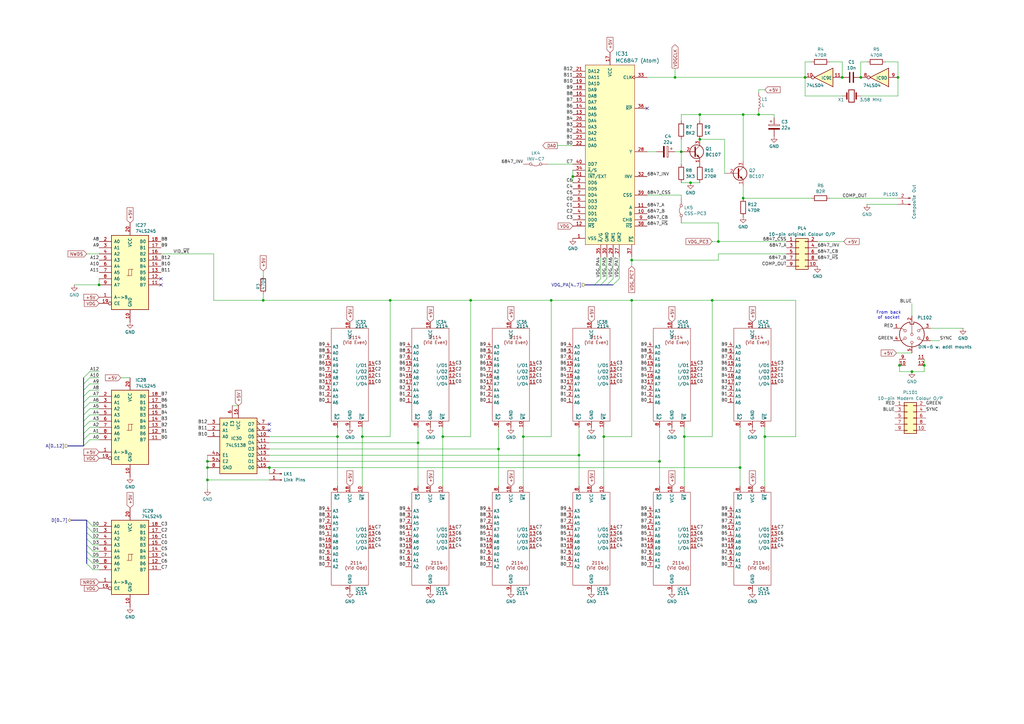
<source format=kicad_sch>
(kicad_sch (version 20231120) (generator "eeschema") (generator_version "8.0")
  (paper "A3")
  (title_block (comment 1 "V002 - remove modulator. Place composite out phono in same location."))
  (lib_symbols
    (symbol "74xx:74LS04"
      (property "Reference" "U" (at 0 1.27 0))
      (property "Value" "74LS04" (at 0 -1.27 0))
      (symbol "74LS04_1_0"
        (pin input line (at -7.62 0 0) (length 3.81) (name "~") (number "1"))
        (pin output inverted (at 7.62 0 180) (length 3.81) (name "~") (number "2"))
      )
      (symbol "74LS04_2_0"
        (pin input line (at -7.62 0 0) (length 3.81) (name "~") (number "3"))
        (pin output inverted (at 7.62 0 180) (length 3.81) (name "~") (number "4"))
      )
      (symbol "74LS04_3_0"
        (pin input line (at -7.62 0 0) (length 3.81) (name "~") (number "5"))
        (pin output inverted (at 7.62 0 180) (length 3.81) (name "~") (number "6"))
      )
      (symbol "74LS04_4_0"
        (pin output inverted (at 7.62 0 180) (length 3.81) (name "~") (number "8"))
        (pin input line (at -7.62 0 0) (length 3.81) (name "~") (number "9"))
      )
      (symbol "74LS04_5_0"
        (pin output inverted (at 7.62 0 180) (length 3.81) (name "~") (number "10"))
        (pin input line (at -7.62 0 0) (length 3.81) (name "~") (number "11"))
      )
      (symbol "74LS04_6_0"
        (pin output inverted (at 7.62 0 180) (length 3.81) (name "~") (number "12"))
        (pin input line (at -7.62 0 0) (length 3.81) (name "~") (number "13"))
      )
      (symbol "74LS04_7_0"
        (pin power_in line (at 0 12.7 270) (length 5.08) (name "VCC") (number "14"))
        (pin power_in line (at 0 -12.7 90) (length 5.08) (name "GND") (number "7"))
      )
    )
    (symbol "74xx:74LS245" (pin_names (offset 1.016))
      (property "Reference" "U" (at -7.62 16.51 0))
      (property "Value" "74LS245" (at -7.62 -16.51 0))
      (symbol "74LS245_1_0"
        (pin input line (at -12.7 -10.16 0) (length 5.08) (name "A->B") (number "1"))
        (pin power_in line (at 0 -20.32 90) (length 5.08) (name "GND") (number "10"))
        (pin tri_state line (at 12.7 -5.08 180) (length 5.08) (name "B7") (number "11"))
        (pin tri_state line (at 12.7 -2.54 180) (length 5.08) (name "B6") (number "12"))
        (pin tri_state line (at 12.7 0 180) (length 5.08) (name "B5") (number "13"))
        (pin tri_state line (at 12.7 2.54 180) (length 5.08) (name "B4") (number "14"))
        (pin tri_state line (at 12.7 5.08 180) (length 5.08) (name "B3") (number "15"))
        (pin tri_state line (at 12.7 7.62 180) (length 5.08) (name "B2") (number "16"))
        (pin tri_state line (at 12.7 10.16 180) (length 5.08) (name "B1") (number "17"))
        (pin tri_state line (at 12.7 12.7 180) (length 5.08) (name "B0") (number "18"))
        (pin input inverted (at -12.7 -12.7 0) (length 5.08) (name "CE") (number "19"))
        (pin tri_state line (at -12.7 12.7 0) (length 5.08) (name "A0") (number "2"))
        (pin power_in line (at 0 20.32 270) (length 5.08) (name "VCC") (number "20"))
        (pin tri_state line (at -12.7 10.16 0) (length 5.08) (name "A1") (number "3"))
        (pin tri_state line (at -12.7 7.62 0) (length 5.08) (name "A2") (number "4"))
        (pin tri_state line (at -12.7 5.08 0) (length 5.08) (name "A3") (number "5"))
        (pin tri_state line (at -12.7 2.54 0) (length 5.08) (name "A4") (number "6"))
        (pin tri_state line (at -12.7 0 0) (length 5.08) (name "A5") (number "7"))
        (pin tri_state line (at -12.7 -2.54 0) (length 5.08) (name "A6") (number "8"))
        (pin tri_state line (at -12.7 -5.08 0) (length 5.08) (name "A7") (number "9"))
      )
    )
    (symbol "Connector:Conn_01x02_Pin" (pin_names (offset 1.016) hide)
      (property "Reference" "J" (at 0 2.54 0))
      (property "Value" "Conn_01x02_Pin" (at 0 -5.08 0))
      (symbol "Conn_01x02_Pin_1_1"
        (pin passive line (at 5.08 0 180) (length 3.81) (name "Pin_1") (number "1"))
        (pin passive line (at 5.08 -2.54 180) (length 3.81) (name "Pin_2") (number "2"))
      )
    )
    (symbol "Connector:DIN-6" (pin_names (offset 1.016))
      (property "Reference" "PL102" (at 2.159 6.858 0))
      (property "Value" "DIN-6 w. addl mounts" (at 2.54 -5.08 0))
      (symbol "DIN-6_1_1"
        (pin passive line (at -7.62 2.54 0) (length 2.54) (name "~") (number "1"))
        (pin passive line (at -5.08 -12.7 0) (length 2.54) (name "~") (number "10"))
        (pin passive line (at 5.08 -10.16 180) (length 2.54) (name "~") (number "11"))
        (pin passive line (at 5.08 -12.7 180) (length 2.54) (name "~") (number "12"))
        (pin passive line (at 0 7.62 270) (length 2.54) (name "~") (number "2"))
        (pin passive line (at 7.62 2.54 180) (length 2.54) (name "~") (number "3"))
        (pin passive line (at -7.62 -2.54 0) (length 2.54) (name "~") (number "4"))
        (pin passive line (at 0 -7.62 90) (length 2.54) (name "~") (number "5"))
        (pin passive line (at 7.62 -2.54 180) (length 2.54) (name "~") (number "6"))
        (pin passive line (at -5.08 -10.16 0) (length 2.54) (name "~") (number "9"))
      )
    )
    (symbol "Connector_Generic:Conn_02x05_Odd_Even" (pin_names (offset 1.016) hide)
      (property "Reference" "J" (at 1.27 7.62 0))
      (property "Value" "Conn_02x05_Odd_Even" (at 1.27 -7.62 0))
      (symbol "Conn_02x05_Odd_Even_1_1"
        (pin passive line (at -5.08 5.08 0) (length 3.81) (name "Pin_1") (number "1"))
        (pin passive line (at 7.62 -5.08 180) (length 3.81) (name "Pin_10") (number "10"))
        (pin passive line (at 7.62 5.08 180) (length 3.81) (name "Pin_2") (number "2"))
        (pin passive line (at -5.08 2.54 0) (length 3.81) (name "Pin_3") (number "3"))
        (pin passive line (at 7.62 2.54 180) (length 3.81) (name "Pin_4") (number "4"))
        (pin passive line (at -5.08 0 0) (length 3.81) (name "Pin_5") (number "5"))
        (pin passive line (at 7.62 0 180) (length 3.81) (name "Pin_6") (number "6"))
        (pin passive line (at -5.08 -2.54 0) (length 3.81) (name "Pin_7") (number "7"))
        (pin passive line (at 7.62 -2.54 180) (length 3.81) (name "Pin_8") (number "8"))
        (pin passive line (at -5.08 -5.08 0) (length 3.81) (name "Pin_9") (number "9"))
      )
    )
    (symbol "Device:C" (pin_numbers hide) (pin_names (offset 0.254))
      (property "Reference" "C" (at 0.635 2.54 0))
      (property "Value" "C" (at 0.635 -2.54 0))
      (symbol "C_1_1"
        (pin passive line (at 0 3.81 270) (length 2.794) (name "~") (number "1"))
        (pin passive line (at 0 -3.81 90) (length 2.794) (name "~") (number "2"))
      )
    )
    (symbol "Device:C_Polarized" (pin_numbers hide) (pin_names (offset 0.254))
      (property "Reference" "C" (at 0.635 2.54 0))
      (property "Value" "C_Polarized" (at 0.635 -2.54 0))
      (symbol "C_Polarized_1_1"
        (pin passive line (at 0 3.81 270) (length 2.794) (name "~") (number "1"))
        (pin passive line (at 0 -3.81 90) (length 2.794) (name "~") (number "2"))
      )
    )
    (symbol "Device:Crystal" (pin_numbers hide) (pin_names (offset 1.016) hide)
      (property "Reference" "Y" (at 0 3.81 0))
      (property "Value" "Crystal" (at 0 -3.81 0))
      (symbol "Crystal_1_1"
        (pin passive line (at -3.81 0 0) (length 1.27) (name "1") (number "1"))
        (pin passive line (at 3.81 0 180) (length 1.27) (name "2") (number "2"))
      )
    )
    (symbol "Device:L" (pin_numbers hide) (pin_names (offset 1.016) hide)
      (property "Reference" "L" (at -1.27 0 90))
      (property "Value" "L" (at 1.905 0 90))
      (symbol "L_1_1"
        (pin passive line (at 0 3.81 270) (length 1.27) (name "1") (number "1"))
        (pin passive line (at 0 -3.81 90) (length 1.27) (name "2") (number "2"))
      )
    )
    (symbol "Device:Q_NPN_EBC" (pin_names (offset 0) hide)
      (property "Reference" "Q" (at 5.08 1.27 0))
      (property "Value" "Q_NPN_EBC" (at 5.08 -1.27 0))
      (symbol "Q_NPN_EBC_1_1"
        (pin passive line (at 2.54 -5.08 90) (length 2.54) (name "E") (number "1"))
        (pin passive line (at -5.08 0 0) (length 5.715) (name "B") (number "2"))
        (pin passive line (at 2.54 5.08 270) (length 2.54) (name "C") (number "3"))
      )
    )
    (symbol "Device:R" (pin_numbers hide) (pin_names (offset 0))
      (property "Reference" "R" (at 2.032 0 90))
      (property "Value" "R" (at 0 0 90))
      (symbol "R_1_1"
        (pin passive line (at 0 3.81 270) (length 1.27) (name "~") (number "1"))
        (pin passive line (at 0 -3.81 90) (length 1.27) (name "~") (number "2"))
      )
    )
    (symbol "John Atom Components:2114 (Video Even)"
      (property "Reference" "IC" (at 1.27 -7.62 0))
      (symbol "2114 (Video Even)_1_1"
        (text "2114\n(Vid Even)" (at 2.032 14.224 0) (effects (font (size 1.27 1.27))))
        (pin input line (at -10.16 -11.43 0) (length 2.54) (name "A6") (number "1"))
        (pin input line (at 5.08 -21.59 90) (length 2.54) (name "~{WE}") (number "10"))
        (pin bidirectional line (at 10.16 -3.81 180) (length 2.54) (name "I/O4") (number "11"))
        (pin bidirectional line (at 10.16 -1.27 180) (length 2.54) (name "I/O3") (number "12"))
        (pin bidirectional line (at 10.16 1.27 180) (length 2.54) (name "I/O2") (number "13"))
        (pin bidirectional line (at 10.16 3.81 180) (length 2.54) (name "I/O1") (number "14"))
        (pin input line (at -10.16 3.81 0) (length 2.54) (name "A9") (number "15"))
        (pin input line (at -10.16 -1.27 0) (length 2.54) (name "A8") (number "16"))
        (pin input line (at -10.16 -3.81 0) (length 2.54) (name "A7") (number "17"))
        (pin power_in line (at 0 21.59 270) (length 2.54) (name "VCC") (number "18"))
        (pin input line (at -10.16 -8.89 0) (length 2.54) (name "A5") (number "2"))
        (pin input line (at -10.16 -6.35 0) (length 2.54) (name "A4") (number "3"))
        (pin input line (at -10.16 11.43 0) (length 2.54) (name "A3") (number "4"))
        (pin input line (at -10.16 8.89 0) (length 2.54) (name "A0") (number "5"))
        (pin input line (at -10.16 6.35 0) (length 2.54) (name "A1") (number "6"))
        (pin input line (at -10.16 1.27 0) (length 2.54) (name "A2") (number "7"))
        (pin input line (at -5.08 -21.59 90) (length 2.54) (name "~{CS}") (number "8"))
        (pin power_in line (at 0 -21.59 90) (length 2.54) (name "GND") (number "9"))
      )
    )
    (symbol "John Atom Components:2114_(Video_Odd)"
      (property "Reference" "IC" (at 1.524 8.89 0))
      (symbol "2114_(Video_Odd)_1_1"
        (text "2114\n(Vid Odd)" (at 2.54 -10.922 0) (effects (font (size 1.27 1.27))))
        (pin input line (at -10.16 1.27 0) (length 2.54) (name "A6") (number "1"))
        (pin input line (at 5.08 21.59 270) (length 2.54) (name "~{WE}") (number "10"))
        (pin bidirectional line (at 10.16 -3.81 180) (length 2.54) (name "I/O4") (number "11"))
        (pin bidirectional line (at 10.16 -1.27 180) (length 2.54) (name "I/O3") (number "12"))
        (pin bidirectional line (at 10.16 1.27 180) (length 2.54) (name "I/O2") (number "13"))
        (pin bidirectional line (at 10.16 3.81 180) (length 2.54) (name "I/O1") (number "14"))
        (pin input line (at -10.16 -3.81 0) (length 2.54) (name "A9") (number "15"))
        (pin input line (at -10.16 -1.27 0) (length 2.54) (name "A8") (number "16"))
        (pin input line (at -10.16 3.81 0) (length 2.54) (name "A7") (number "17"))
        (pin power_in line (at 0 21.59 270) (length 2.54) (name "VCC") (number "18"))
        (pin input line (at -10.16 6.35 0) (length 2.54) (name "A5") (number "2"))
        (pin input line (at -10.16 8.89 0) (length 2.54) (name "A4") (number "3"))
        (pin input line (at -10.16 11.43 0) (length 2.54) (name "A3") (number "4"))
        (pin input line (at -10.16 -6.35 0) (length 2.54) (name "A0") (number "5"))
        (pin input line (at -10.16 -8.89 0) (length 2.54) (name "A1") (number "6"))
        (pin input line (at -10.16 -11.43 0) (length 2.54) (name "A2") (number "7"))
        (pin input line (at -5.08 21.59 270) (length 2.54) (name "~{CS}") (number "8"))
        (pin power_in line (at 0 -21.59 90) (length 2.54) (name "GND") (number "9"))
      )
    )
    (symbol "John Atom Components:74LS138_Atom_Video" (pin_names (offset 1.016))
      (property "Reference" "IC30" (at 2.1941 14.3045 0))
      (property "Value" "74LS138_Atom_Video" (at 2.1941 11.8802 0))
      (symbol "74LS138_Atom_Video_1_0"
        (pin input line (at -12.7 2.54 0) (length 5.08) (name "A0") (number "1"))
        (pin output output_low (at 12.7 2.54 180) (length 5.08) (name "O5") (number "10"))
        (pin output output_low (at 12.7 0 180) (length 5.08) (name "O4") (number "11"))
        (pin output output_low (at 12.7 -2.54 180) (length 5.08) (name "O3") (number "12"))
        (pin output output_low (at 12.7 -5.08 180) (length 5.08) (name "O2") (number "13"))
        (pin output output_low (at 12.7 -7.62 180) (length 5.08) (name "O1") (number "14"))
        (pin output output_low (at 12.7 -10.16 180) (length 5.08) (name "O0") (number "15"))
        (pin power_in line (at 0 15.24 270) (length 5.08) (name "VCC") (number "16"))
        (pin input line (at -12.7 5.08 0) (length 5.08) (name "A1") (number "2"))
        (pin input line (at -12.7 7.62 0) (length 5.08) (name "A2") (number "3"))
        (pin input input_low (at -12.7 -5.08 0) (length 5.08) (name "E1") (number "4"))
        (pin input input_low (at -12.7 -7.62 0) (length 5.08) (name "E2") (number "5"))
        (pin input line (at -2.54 15.24 270) (length 5.08) (name "E3") (number "6"))
        (pin output output_low (at 12.7 7.62 180) (length 5.08) (name "O7") (number "7"))
        (pin power_in line (at -12.7 -10.16 0) (length 5.08) (name "GND") (number "8"))
        (pin output output_low (at 12.7 5.08 180) (length 5.08) (name "O6") (number "9"))
      )
    )
    (symbol "John Atom Components:MC6847 (Atom)" (pin_names (offset 1.016))
      (property "Reference" "IC" (at -0.762 -21.336 0))
      (property "Value" "MC6847 (Atom)" (at 1.016 -8.382 90))
      (symbol "MC6847 (Atom)_1_1"
        (pin power_in line (at -15.24 -34.29 0) (length 5.08) (name "VSS") (number "1"))
        (pin output line (at 15.24 -24.13 180) (length 5.08) (name "B") (number "10"))
        (pin output line (at 15.24 -21.59 180) (length 5.08) (name "A") (number "11"))
        (pin input line (at -15.24 -29.21 0) (length 5.08) (name "~{MS}") (number "12"))
        (pin tri_state line (at -15.24 16.51 0) (length 5.08) (name "DA5") (number "13"))
        (pin tri_state line (at -15.24 19.05 0) (length 5.08) (name "DA6") (number "14"))
        (pin tri_state line (at -15.24 21.59 0) (length 5.08) (name "DA7") (number "15"))
        (pin tri_state line (at -15.24 24.13 0) (length 5.08) (name "DA8") (number "16"))
        (pin power_in line (at 0 41.91 270) (length 5.08) (name "VCC") (number "17"))
        (pin tri_state line (at -15.24 26.67 0) (length 5.08) (name "DA9") (number "18"))
        (pin tri_state line (at -15.24 29.21 0) (length 5.08) (name "DA10") (number "19"))
        (pin input line (at -15.24 -11.43 0) (length 5.08) (name "DD6") (number "2"))
        (pin tri_state line (at -15.24 31.75 0) (length 5.08) (name "DA11") (number "20"))
        (pin tri_state line (at -15.24 34.29 0) (length 5.08) (name "DA12") (number "21"))
        (pin tri_state line (at -15.24 3.81 0) (length 5.08) (name "DA0") (number "22"))
        (pin tri_state line (at -15.24 6.35 0) (length 5.08) (name "DA1") (number "23"))
        (pin tri_state line (at -15.24 8.89 0) (length 5.08) (name "DA2") (number "24"))
        (pin tri_state line (at -15.24 11.43 0) (length 5.08) (name "DA3") (number "25"))
        (pin tri_state line (at -15.24 13.97 0) (length 5.08) (name "DA4") (number "26"))
        (pin input line (at 3.81 -41.91 90) (length 5.08) (name "GM2") (number "27"))
        (pin output line (at 15.24 1.27 180) (length 5.08) (name "Y") (number "28"))
        (pin input line (at 1.27 -41.91 90) (length 5.08) (name "GM1") (number "29"))
        (pin input line (at -15.24 -26.67 0) (length 5.08) (name "DD0") (number "3"))
        (pin input line (at -1.27 -41.91 90) (length 5.08) (name "GM0") (number "30"))
        (pin input line (at -15.24 -8.89 0) (length 5.08) (name "~{INT}/EXT") (number "31"))
        (pin input line (at 15.24 -8.89 180) (length 5.08) (name "INV") (number "32"))
        (pin input clock (at 15.24 31.75 180) (length 5.08) (name "CLK") (number "33"))
        (pin input line (at -15.24 -6.35 0) (length 5.08) (name "~{A}/S") (number "34"))
        (pin input line (at -3.81 -41.91 90) (length 5.08) (name "~{A}/G") (number "35"))
        (pin output line (at 15.24 19.05 180) (length 5.08) (name "~{RP}") (number "36"))
        (pin output line (at 8.89 -41.91 90) (length 5.08) (name "~{FS}") (number "37"))
        (pin output line (at 15.24 -29.21 180) (length 5.08) (name "~{HS}") (number "38"))
        (pin input line (at 15.24 -16.51 180) (length 5.08) (name "CSS") (number "39"))
        (pin input line (at -15.24 -24.13 0) (length 5.08) (name "DD1") (number "4"))
        (pin input line (at -15.24 -3.81 0) (length 5.08) (name "DD7") (number "40"))
        (pin input line (at -15.24 -21.59 0) (length 5.08) (name "DD2") (number "5"))
        (pin input line (at -15.24 -19.05 0) (length 5.08) (name "DD3") (number "6"))
        (pin input line (at -15.24 -16.51 0) (length 5.08) (name "DD4") (number "7"))
        (pin input line (at -15.24 -13.97 0) (length 5.08) (name "DD5") (number "8"))
        (pin output line (at 15.24 -26.67 180) (length 5.08) (name "CHB") (number "9"))
      )
    )
    (symbol "Jumper:Jumper_2_Bridged" (pin_numbers hide) (pin_names (offset 0) hide) (exclude_from_sim yes)
      (property "Reference" "JP" (at 0 1.905 0))
      (property "Value" "Jumper_2_Bridged" (at 0 -2.54 0))
      (symbol "Jumper_2_Bridged_1_1"
        (pin passive line (at -5.08 0 0) (length 2.54) (name "A") (number "1"))
        (pin passive line (at 5.08 0 180) (length 2.54) (name "B") (number "2"))
      )
    )
    (symbol "power:GND" (power) (pin_numbers hide) (pin_names (offset 0) hide)
      (property "Value" "GND" (at 0 -3.81 0))
      (symbol "GND_1_1"
        (pin power_in line (at 0 0 270) (length 0) (name "~") (number "1"))
      )
    )
  )
  (junction (at 107.95 123.19))
  (junction (at 247.65 179.07))
  (junction (at 226.06 123.19))
  (junction (at 270.51 189.23))
  (junction (at 379.095 149.86))
  (junction (at 304.8 81.28))
  (junction (at 345.44 31.75))
  (junction (at 280.67 179.07))
  (junction (at 234.95 72.39))
  (junction (at 259.08 106.68))
  (junction (at 287.02 57.15))
  (junction (at 304.8 46.99))
  (junction (at 171.45 181.61))
  (junction (at 110.49 191.77))
  (junction (at 237.49 186.69))
  (junction (at 40.64 116.84))
  (junction (at 160.02 123.19))
  (junction (at 330.2 31.75))
  (junction (at 214.63 179.07))
  (junction (at 138.43 179.07))
  (junction (at 193.04 123.19))
  (junction (at 353.06 31.75))
  (junction (at 204.47 184.15))
  (junction (at 279.4 62.23))
  (junction (at 283.21 74.93))
  (junction (at 311.15 46.99))
  (junction (at 294.64 99.06))
  (junction (at 374.015 152.4))
  (junction (at 276.86 31.75))
  (junction (at 259.08 123.19))
  (junction (at 85.09 196.85))
  (junction (at 287.02 46.99))
  (junction (at 292.1 123.19))
  (junction (at 181.61 179.07))
  (junction (at 303.53 191.77))
  (junction (at 368.3 31.75))
  (junction (at 368.935 149.86))
  (junction (at 148.59 179.07))
  (junction (at 85.09 189.23))
  (junction (at 85.09 191.77))
  (junction (at 313.69 179.07))
  (no_connect (at 110.49 173.99))
  (no_connect (at 110.49 176.53))
  (no_connect (at 66.04 114.3))
  (no_connect (at 66.04 116.84))
  (no_connect (at 265.43 44.45))
  (bus_entry (at 34.29 167.64) (size 2.54 -2.54))
  (bus_entry (at 34.29 180.34) (size 2.54 -2.54))
  (bus_entry (at 34.29 182.88) (size 2.54 -2.54))
  (bus_entry (at 35.56 226.06) (size 2.54 2.54))
  (bus_entry (at 248.92 116.84) (size 2.54 -2.54))
  (bus_entry (at 246.38 116.84) (size 2.54 -2.54))
  (bus_entry (at 34.29 165.1) (size 2.54 -2.54))
  (bus_entry (at 34.29 157.48) (size 2.54 -2.54))
  (bus_entry (at 34.29 160.02) (size 2.54 -2.54))
  (bus_entry (at 35.56 218.44) (size 2.54 2.54))
  (bus_entry (at 34.29 170.18) (size 2.54 -2.54))
  (bus_entry (at 35.56 213.36) (size 2.54 2.54))
  (bus_entry (at 35.56 215.9) (size 2.54 2.54))
  (bus_entry (at 34.29 154.94) (size 2.54 -2.54))
  (bus_entry (at 35.56 223.52) (size 2.54 2.54))
  (bus_entry (at 34.29 175.26) (size 2.54 -2.54))
  (bus_entry (at 243.84 116.84) (size 2.54 -2.54))
  (bus_entry (at 35.56 231.14) (size 2.54 2.54))
  (bus_entry (at 35.56 220.98) (size 2.54 2.54))
  (bus_entry (at 35.56 228.6) (size 2.54 2.54))
  (bus_entry (at 251.46 116.84) (size 2.54 -2.54))
  (bus_entry (at 34.29 172.72) (size 2.54 -2.54))
  (bus_entry (at 34.29 177.8) (size 2.54 -2.54))
  (bus_entry (at 34.29 162.56) (size 2.54 -2.54))
  (wire (pts (xy 110.49 184.15) (xy 204.47 184.15)))
  (wire (pts (xy 87.63 123.19) (xy 107.95 123.19)))
  (wire (pts (xy 368.3 39.37) (xy 353.06 39.37)))
  (wire (pts (xy 368.935 152.4) (xy 374.015 152.4)))
  (wire (pts (xy 279.4 91.44) (xy 294.64 91.44)))
  (wire (pts (xy 368.935 149.86) (xy 368.935 152.4)))
  (wire (pts (xy 304.8 76.2) (xy 304.8 81.28)))
  (wire (pts (xy 368.3 31.75) (xy 368.3 39.37)))
  (wire (pts (xy 85.09 186.69) (xy 85.09 189.23)))
  (wire (pts (xy 270.51 189.23) (xy 270.51 199.39)))
  (wire (pts (xy 36.83 165.1) (xy 40.64 165.1)))
  (wire (pts (xy 259.08 179.07) (xy 259.08 123.19)))
  (wire (pts (xy 110.49 179.07) (xy 138.43 179.07)))
  (wire (pts (xy 237.49 175.26) (xy 237.49 186.69)))
  (wire (pts (xy 160.02 123.19) (xy 160.02 179.07)))
  (wire (pts (xy 363.22 25.4) (xy 368.3 25.4)))
  (wire (pts (xy 313.69 175.26) (xy 313.69 179.07)))
  (wire (pts (xy 276.86 27.94) (xy 276.86 31.75)))
  (bus (pts (xy 34.29 162.56) (xy 34.29 165.1)))
  (wire (pts (xy 368.3 25.4) (xy 368.3 31.75)))
  (wire (pts (xy 247.65 175.26) (xy 247.65 179.07)))
  (wire (pts (xy 374.015 152.4) (xy 379.095 152.4)))
  (wire (pts (xy 279.4 46.99) (xy 287.02 46.99)))
  (wire (pts (xy 345.44 25.4) (xy 345.44 31.75)))
  (wire (pts (xy 259.08 123.19) (xy 292.1 123.19)))
  (bus (pts (xy 34.29 177.8) (xy 34.29 180.34)))
  (wire (pts (xy 304.8 46.99) (xy 311.15 46.99)))
  (wire (pts (xy 287.02 46.99) (xy 287.02 49.53)))
  (wire (pts (xy 313.69 179.07) (xy 313.69 199.39)))
  (wire (pts (xy 160.02 123.19) (xy 193.04 123.19)))
  (wire (pts (xy 36.83 157.48) (xy 40.64 157.48)))
  (wire (pts (xy 36.83 170.18) (xy 40.64 170.18)))
  (wire (pts (xy 279.4 80.01) (xy 265.43 80.01)))
  (wire (pts (xy 259.08 106.68) (xy 294.64 106.68)))
  (bus (pts (xy 29.21 213.36) (xy 35.56 213.36)))
  (wire (pts (xy 87.63 104.14) (xy 87.63 123.19)))
  (wire (pts (xy 311.15 45.72) (xy 311.15 46.99)))
  (wire (pts (xy 36.83 167.64) (xy 40.64 167.64)))
  (wire (pts (xy 280.67 175.26) (xy 280.67 179.07)))
  (wire (pts (xy 304.8 81.28) (xy 332.74 81.28)))
  (bus (pts (xy 34.29 170.18) (xy 34.29 172.72)))
  (wire (pts (xy 226.06 123.19) (xy 226.06 179.07)))
  (bus (pts (xy 34.29 160.02) (xy 34.29 162.56)))
  (wire (pts (xy 49.53 154.94) (xy 53.34 154.94)))
  (wire (pts (xy 259.08 105.41) (xy 259.08 106.68)))
  (wire (pts (xy 38.1 226.06) (xy 40.64 226.06)))
  (bus (pts (xy 34.29 175.26) (xy 34.29 177.8)))
  (wire (pts (xy 38.1 228.6) (xy 40.64 228.6)))
  (wire (pts (xy 38.1 233.68) (xy 40.64 233.68)))
  (wire (pts (xy 279.4 57.15) (xy 279.4 62.23)))
  (bus (pts (xy 34.29 180.34) (xy 34.29 182.88)))
  (wire (pts (xy 110.49 181.61) (xy 171.45 181.61)))
  (wire (pts (xy 234.95 69.85) (xy 234.95 72.39)))
  (wire (pts (xy 214.63 175.26) (xy 214.63 179.07)))
  (wire (pts (xy 346.075 99.06) (xy 335.28 99.06)))
  (wire (pts (xy 148.59 179.07) (xy 160.02 179.07)))
  (bus (pts (xy 34.29 172.72) (xy 34.29 175.26)))
  (wire (pts (xy 36.83 180.34) (xy 40.64 180.34)))
  (wire (pts (xy 107.95 123.19) (xy 160.02 123.19)))
  (wire (pts (xy 368.935 147.32) (xy 368.935 149.86)))
  (wire (pts (xy 36.83 152.4) (xy 40.64 152.4)))
  (bus (pts (xy 243.84 116.84) (xy 246.38 116.84)))
  (wire (pts (xy 110.49 189.23) (xy 270.51 189.23)))
  (bus (pts (xy 246.38 116.84) (xy 248.92 116.84)))
  (wire (pts (xy 40.64 114.3) (xy 40.64 116.84)))
  (wire (pts (xy 204.47 184.15) (xy 204.47 199.39)))
  (wire (pts (xy 193.04 179.07) (xy 181.61 179.07)))
  (wire (pts (xy 181.61 179.07) (xy 181.61 199.39)))
  (bus (pts (xy 34.29 154.94) (xy 34.29 157.48)))
  (wire (pts (xy 367.665 144.78) (xy 374.015 144.78)))
  (bus (pts (xy 35.56 220.98) (xy 35.56 218.44)))
  (wire (pts (xy 214.63 179.07) (xy 214.63 199.39)))
  (wire (pts (xy 138.43 175.26) (xy 138.43 179.07)))
  (bus (pts (xy 240.03 116.84) (xy 243.84 116.84)))
  (wire (pts (xy 340.36 25.4) (xy 345.44 25.4)))
  (bus (pts (xy 35.56 223.52) (xy 35.56 220.98)))
  (wire (pts (xy 95.25 166.37) (xy 97.79 166.37)))
  (wire (pts (xy 228.6 59.69) (xy 234.95 59.69)))
  (wire (pts (xy 379.095 149.86) (xy 379.095 147.32)))
  (wire (pts (xy 248.92 105.41) (xy 248.92 114.3)))
  (wire (pts (xy 226.06 179.07) (xy 214.63 179.07)))
  (wire (pts (xy 36.83 172.72) (xy 40.64 172.72)))
  (wire (pts (xy 36.83 162.56) (xy 40.64 162.56)))
  (bus (pts (xy 35.56 228.6) (xy 35.56 226.06)))
  (wire (pts (xy 110.49 191.77) (xy 110.49 194.31)))
  (wire (pts (xy 265.43 31.75) (xy 276.86 31.75)))
  (bus (pts (xy 27.94 182.88) (xy 34.29 182.88)))
  (wire (pts (xy 110.49 191.77) (xy 303.53 191.77)))
  (wire (pts (xy 279.4 49.53) (xy 279.4 46.99)))
  (wire (pts (xy 107.95 111.125) (xy 107.95 113.03)))
  (wire (pts (xy 36.83 160.02) (xy 40.64 160.02)))
  (wire (pts (xy 85.09 196.85) (xy 85.09 200.66)))
  (wire (pts (xy 38.1 218.44) (xy 40.64 218.44)))
  (wire (pts (xy 330.2 25.4) (xy 330.2 31.75)))
  (wire (pts (xy 254 105.41) (xy 254 114.3)))
  (bus (pts (xy 248.92 116.84) (xy 251.46 116.84)))
  (bus (pts (xy 34.29 167.64) (xy 34.29 170.18)))
  (wire (pts (xy 326.39 179.07) (xy 313.69 179.07)))
  (wire (pts (xy 326.39 123.19) (xy 326.39 179.07)))
  (wire (pts (xy 234.95 72.39) (xy 234.95 74.93)))
  (bus (pts (xy 35.56 218.44) (xy 35.56 215.9)))
  (wire (pts (xy 193.04 123.19) (xy 226.06 123.19)))
  (wire (pts (xy 355.6 25.4) (xy 353.06 25.4)))
  (wire (pts (xy 394.97 134.62) (xy 381.635 134.62)))
  (wire (pts (xy 303.53 191.77) (xy 303.53 199.39)))
  (wire (pts (xy 270.51 175.26) (xy 270.51 189.23)))
  (wire (pts (xy 280.67 179.07) (xy 280.67 199.39)))
  (wire (pts (xy 332.74 25.4) (xy 330.2 25.4)))
  (wire (pts (xy 292.1 123.19) (xy 292.1 179.07)))
  (wire (pts (xy 292.1 179.07) (xy 280.67 179.07)))
  (wire (pts (xy 110.49 186.69) (xy 237.49 186.69)))
  (wire (pts (xy 304.8 46.99) (xy 304.8 66.04)))
  (wire (pts (xy 283.21 74.93) (xy 287.02 74.93)))
  (wire (pts (xy 85.09 189.23) (xy 85.09 191.77)))
  (bus (pts (xy 35.56 231.14) (xy 35.56 228.6)))
  (wire (pts (xy 292.1 123.19) (xy 326.39 123.19)))
  (wire (pts (xy 287.02 57.15) (xy 297.18 57.15)))
  (wire (pts (xy 247.65 179.07) (xy 259.08 179.07)))
  (wire (pts (xy 38.1 223.52) (xy 40.64 223.52)))
  (bus (pts (xy 34.29 157.48) (xy 34.29 160.02)))
  (wire (pts (xy 311.15 36.83) (xy 313.69 36.83)))
  (wire (pts (xy 265.43 62.23) (xy 269.24 62.23)))
  (wire (pts (xy 287.02 46.99) (xy 304.8 46.99)))
  (wire (pts (xy 294.64 104.14) (xy 322.58 104.14)))
  (wire (pts (xy 292.1 99.06) (xy 294.64 99.06)))
  (wire (pts (xy 171.45 175.26) (xy 171.45 181.61)))
  (wire (pts (xy 279.4 62.23) (xy 279.4 67.31)))
  (wire (pts (xy 379.095 152.4) (xy 379.095 149.86)))
  (wire (pts (xy 107.95 120.65) (xy 107.95 123.19)))
  (wire (pts (xy 385.445 139.7) (xy 381.635 139.7)))
  (wire (pts (xy 36.83 154.94) (xy 40.64 154.94)))
  (wire (pts (xy 340.36 81.28) (xy 368.3 81.28)))
  (wire (pts (xy 204.47 175.26) (xy 204.47 184.15)))
  (wire (pts (xy 276.86 62.23) (xy 279.4 62.23)))
  (wire (pts (xy 246.38 105.41) (xy 246.38 114.3)))
  (wire (pts (xy 259.08 106.68) (xy 259.08 109.22)))
  (wire (pts (xy 330.2 39.37) (xy 345.44 39.37)))
  (wire (pts (xy 247.65 179.07) (xy 247.65 199.39)))
  (wire (pts (xy 36.83 175.26) (xy 40.64 175.26)))
  (wire (pts (xy 66.04 104.14) (xy 87.63 104.14)))
  (wire (pts (xy 355.6 83.82) (xy 368.3 83.82)))
  (wire (pts (xy 85.09 196.85) (xy 110.49 196.85)))
  (wire (pts (xy 138.43 179.07) (xy 138.43 199.39)))
  (wire (pts (xy 276.86 31.75) (xy 330.2 31.75)))
  (wire (pts (xy 317.5 46.99) (xy 317.5 48.26)))
  (wire (pts (xy 294.64 106.68) (xy 294.64 104.14)))
  (wire (pts (xy 85.09 191.77) (xy 85.09 196.85)))
  (wire (pts (xy 148.59 179.07) (xy 148.59 199.39)))
  (wire (pts (xy 35.56 104.14) (xy 40.64 104.14)))
  (wire (pts (xy 251.46 105.41) (xy 251.46 114.3)))
  (wire (pts (xy 193.04 123.19) (xy 193.04 179.07)))
  (wire (pts (xy 38.1 215.9) (xy 40.64 215.9)))
  (wire (pts (xy 294.64 99.06) (xy 322.58 99.06)))
  (wire (pts (xy 171.45 181.61) (xy 171.45 199.39)))
  (wire (pts (xy 279.4 74.93) (xy 283.21 74.93)))
  (wire (pts (xy 279.4 81.28) (xy 279.4 80.01)))
  (wire (pts (xy 303.53 175.26) (xy 303.53 191.77)))
  (wire (pts (xy 330.2 31.75) (xy 330.2 39.37)))
  (wire (pts (xy 237.49 186.69) (xy 237.49 199.39)))
  (wire (pts (xy 294.64 91.44) (xy 294.64 99.06)))
  (wire (pts (xy 224.79 67.31) (xy 234.95 67.31)))
  (wire (pts (xy 30.48 116.84) (xy 40.64 116.84)))
  (wire (pts (xy 38.1 231.14) (xy 40.64 231.14)))
  (wire (pts (xy 311.15 36.83) (xy 311.15 38.1)))
  (wire (pts (xy 353.06 25.4) (xy 353.06 31.75)))
  (bus (pts (xy 35.56 226.06) (xy 35.56 223.52)))
  (wire (pts (xy 181.61 175.26) (xy 181.61 179.07)))
  (wire (pts (xy 148.59 175.26) (xy 148.59 179.07)))
  (bus (pts (xy 35.56 215.9) (xy 35.56 213.36)))
  (wire (pts (xy 297.18 57.15) (xy 297.18 71.12)))
  (wire (pts (xy 259.08 123.19) (xy 226.06 123.19)))
  (wire (pts (xy 36.83 177.8) (xy 40.64 177.8)))
  (wire (pts (xy 374.015 124.46) (xy 374.015 129.54)))
  (bus (pts (xy 34.29 165.1) (xy 34.29 167.64)))
  (wire (pts (xy 38.1 220.98) (xy 40.64 220.98)))
  (wire (pts (xy 311.15 46.99) (xy 317.5 46.99)))
  (text "From back\nof socket" (at 364.49 129.286 0) (effects (font (size 1.27 1.27))))
  (label "B3" (at 166.37 157.48 180))
  (label "VID_~{WE}" (at 71.12 104.14 0))
  (label "6847_INV" (at 335.28 101.6 0))
  (label "A11" (at 40.64 111.76 180))
  (label "GREEN" (at 379.73 166.37 0))
  (label "C1" (at 234.95 85.09 180))
  (label "B7" (at 66.04 162.56 0))
  (label "B3" (at 298.45 157.48 180))
  (label "6847_~{HS}" (at 335.28 106.68 0))
  (label "B1" (at 298.45 229.87 180))
  (label "BLUE" (at 374.015 124.46 180))
  (label "D1" (at 40.64 218.44 180))
  (label "B7" (at 298.45 214.63 180))
  (label "6847_A" (at 265.43 85.09 0))
  (label "B1" (at 133.35 229.87 180))
  (label "C6" (at 66.04 231.14 0))
  (label "B6" (at 298.45 217.17 180))
  (label "B7" (at 166.37 214.63 180))
  (label "B6" (at 232.41 149.86 180))
  (label "B0" (at 133.35 232.41 180))
  (label "B4" (at 298.45 222.25 180))
  (label "B3" (at 199.39 224.79 180))
  (label "C6" (at 153.67 219.71 0))
  (label "C0" (at 234.95 82.55 180))
  (label "A9" (at 40.64 101.6 180))
  (label "B7" (at 265.43 147.32 180))
  (label "B4" (at 234.95 49.53 180))
  (label "B2" (at 133.35 227.33 180))
  (label "B2" (at 234.95 54.61 180))
  (label "6847_CB" (at 265.43 90.17 0))
  (label "C2" (at 66.04 218.44 0))
  (label "B9" (at 265.43 209.55 180))
  (label "A3" (at 40.64 172.72 180))
  (label "B2" (at 298.45 160.02 180))
  (label "B1" (at 265.43 162.56 180))
  (label "B6" (at 66.04 165.1 0))
  (label "B7" (at 166.37 147.32 180))
  (label "C5" (at 153.67 222.25 0))
  (label "B1" (at 66.04 177.8 0))
  (label "C6" (at 318.77 219.71 0))
  (label "B8" (at 133.35 144.78 180))
  (label "B2" (at 232.41 227.33 180))
  (label "B5" (at 298.45 152.4 180))
  (label "6847_INV" (at 265.43 72.39 0))
  (label "A12" (at 40.64 106.68 180))
  (label "VDG_PA6" (at 251.46 105.41 270))
  (label "C1" (at 318.77 154.94 0))
  (label "B7" (at 234.95 41.91 180))
  (label "B0" (at 232.41 165.1 180))
  (label "C1" (at 285.75 154.94 0))
  (label "C3" (at 285.75 149.86 0))
  (label "C3" (at 234.95 90.17 180))
  (label "C4" (at 186.69 224.79 0))
  (label "B1" (at 199.39 162.56 180))
  (label "B9" (at 66.04 101.6 0))
  (label "C6" (at 219.71 219.71 0))
  (label "B6" (at 199.39 149.86 180))
  (label "B2" (at 166.37 227.33 180))
  (label "C4" (at 66.04 228.6 0))
  (label "D4" (at 40.64 226.06 180))
  (label "B5" (at 166.37 219.71 180))
  (label "C0" (at 285.75 157.48 0))
  (label "B2" (at 265.43 160.02 180))
  (label "B9" (at 166.37 209.55 180))
  (label "C7" (at 186.69 217.17 0))
  (label "SYNC" (at 385.445 139.7 0))
  (label "B3" (at 166.37 224.79 180))
  (label "B1" (at 166.37 229.87 180))
  (label "B11" (at 234.95 31.75 180))
  (label "GREEN" (at 366.395 139.7 180))
  (label "D7" (at 40.64 233.68 180))
  (label "C1" (at 219.71 154.94 0))
  (label "B2" (at 199.39 160.02 180))
  (label "B2" (at 199.39 227.33 180))
  (label "A8" (at 40.64 160.02 180))
  (label "B9" (at 199.39 142.24 180))
  (label "A10" (at 40.64 109.22 180))
  (label "B4" (at 265.43 222.25 180))
  (label "C2" (at 285.75 152.4 0))
  (label "6847_INV" (at 214.63 67.31 180))
  (label "B10" (at 85.09 179.07 180))
  (label "B5" (at 232.41 152.4 180))
  (label "B9" (at 298.45 142.24 180))
  (label "A7" (at 40.64 162.56 180))
  (label "C4" (at 285.75 224.79 0))
  (label "B5" (at 265.43 219.71 180))
  (label "B3" (at 265.43 224.79 180))
  (label "B4" (at 166.37 154.94 180))
  (label "B4" (at 199.39 154.94 180))
  (label "B5" (at 133.35 152.4 180))
  (label "B2" (at 265.43 227.33 180))
  (label "B9" (at 232.41 142.24 180))
  (label "C5" (at 66.04 226.06 0))
  (label "B4" (at 133.35 222.25 180))
  (label "B1" (at 232.41 162.56 180))
  (label "C5" (at 318.77 222.25 0))
  (label "B1" (at 232.41 229.87 180))
  (label "B8" (at 199.39 144.78 180))
  (label "D6" (at 40.64 231.14 180))
  (label "B6" (at 298.45 149.86 180))
  (label "B6" (at 133.35 217.17 180))
  (label "B1" (at 234.95 57.15 180))
  (label "A9" (at 40.64 157.48 180))
  (label "B6" (at 265.43 149.86 180))
  (label "C4" (at 153.67 224.79 0))
  (label "B12" (at 66.04 106.68 0))
  (label "C7" (at 234.95 67.31 180))
  (label "B8" (at 166.37 212.09 180))
  (label "B7" (at 133.35 214.63 180))
  (label "A12" (at 40.64 152.4 180))
  (label "B5" (at 66.04 167.64 0))
  (label "B4" (at 232.41 154.94 180))
  (label "B7" (at 232.41 147.32 180))
  (label "C4" (at 252.73 224.79 0))
  (label "A10" (at 40.64 154.94 180))
  (label "C5" (at 285.75 222.25 0))
  (label "C4" (at 318.77 224.79 0))
  (label "C6" (at 234.95 74.93 180))
  (label "C0" (at 186.69 157.48 0))
  (label "B5" (at 133.35 219.71 180))
  (label "B0" (at 298.45 165.1 180))
  (label "D3" (at 40.64 223.52 180))
  (label "B0" (at 166.37 165.1 180))
  (label "C2" (at 252.73 152.4 0))
  (label "B3" (at 199.39 157.48 180))
  (label "RED" (at 367.03 166.37 180))
  (label "B10" (at 66.04 109.22 0))
  (label "6847_B" (at 322.58 106.68 180))
  (label "C3" (at 219.71 149.86 0))
  (label "RED" (at 366.395 134.62 180))
  (label "B3" (at 265.43 157.48 180))
  (label "A4" (at 40.64 170.18 180))
  (label "B3" (at 232.41 157.48 180))
  (label "C6" (at 285.75 219.71 0))
  (label "B10" (at 234.95 34.29 180))
  (label "B8" (at 298.45 144.78 180))
  (label "B1" (at 133.35 162.56 180))
  (label "B3" (at 133.35 157.48 180))
  (label "B4" (at 199.39 222.25 180))
  (label "C5" (at 252.73 222.25 0))
  (label "C0" (at 318.77 157.48 0))
  (label "C2" (at 153.67 152.4 0))
  (label "B2" (at 232.41 160.02 180))
  (label "B0" (at 265.43 165.1 180))
  (label "B5" (at 298.45 219.71 180))
  (label "B8" (at 265.43 212.09 180))
  (label "B5" (at 232.41 219.71 180))
  (label "B0" (at 234.95 59.69 180))
  (label "C1" (at 66.04 220.98 0))
  (label "B4" (at 133.35 154.94 180))
  (label "VDG_PA7" (at 254 105.41 270))
  (label "VDG_PA5" (at 248.92 105.41 270))
  (label "B12" (at 85.09 173.99 180))
  (label "SYNC" (at 379.73 168.91 0))
  (label "B5" (at 234.95 46.99 180))
  (label "B11" (at 85.09 176.53 180))
  (label "B0" (at 199.39 232.41 180))
  (label "6847_~{HS}" (at 265.43 92.71 0))
  (label "B12" (at 234.95 29.21 180))
  (label "B0" (at 265.43 232.41 180))
  (label "B2" (at 298.45 227.33 180))
  (label "B6" (at 234.95 44.45 180))
  (label "B4" (at 66.04 170.18 0))
  (label "B8" (at 298.45 212.09 180))
  (label "A6" (at 40.64 165.1 180))
  (label "C2" (at 186.69 152.4 0))
  (label "B3" (at 133.35 224.79 180))
  (label "6847_CB" (at 335.28 104.14 0))
  (label "COMP_OUT" (at 322.58 109.22 180))
  (label "B8" (at 199.39 212.09 180))
  (label "6847_CSS" (at 265.43 80.01 0))
  (label "B2" (at 133.35 160.02 180))
  (label "C3" (at 66.04 215.9 0))
  (label "C4" (at 234.95 77.47 180))
  (label "6847_CSS" (at 322.58 99.06 180))
  (label "B9" (at 133.35 209.55 180))
  (label "B1" (at 265.43 229.87 180))
  (label "D5" (at 40.64 228.6 180))
  (label "D2" (at 40.64 220.98 180))
  (label "C0" (at 153.67 157.48 0))
  (label "B0" (at 199.39 165.1 180))
  (label "B6" (at 166.37 217.17 180))
  (label "VDG_PA4" (at 246.38 105.41 270))
  (label "C5" (at 234.95 80.01 180))
  (label "B0" (at 298.45 232.41 180))
  (label "6847_A" (at 322.58 101.6 180))
  (label "C1" (at 252.73 154.94 0))
  (label "B3" (at 232.41 224.79 180))
  (label "COMP_OUT" (at 355.6 81.28 180))
  (label "B4" (at 166.37 222.25 180))
  (label "B7" (at 232.41 214.63 180))
  (label "B0" (at 66.04 180.34 0))
  (label "B9" (at 133.35 142.24 180))
  (label "C0" (at 219.71 157.48 0))
  (label "B5" (at 199.39 219.71 180))
  (label "B11" (at 66.04 111.76 0))
  (label "C0" (at 252.73 157.48 0))
  (label "B0" (at 133.35 165.1 180))
  (label "B1" (at 298.45 162.56 180))
  (label "C7" (at 318.77 217.17 0))
  (label "B6" (at 232.41 217.17 180))
  (label "B9" (at 199.39 209.55 180))
  (label "C6" (at 186.69 219.71 0))
  (label "C0" (at 66.04 223.52 0))
  (label "B4" (at 265.43 154.94 180))
  (label "A8" (at 40.64 99.06 180))
  (label "B7" (at 133.35 147.32 180))
  (label "B8" (at 232.41 144.78 180))
  (label "C1" (at 153.67 154.94 0))
  (label "C3" (at 252.73 149.86 0))
  (label "C6" (at 252.73 219.71 0))
  (label "B8" (at 232.41 212.09 180))
  (label "A1" (at 40.64 177.8 180))
  (label "BLUE" (at 367.03 168.91 180))
  (label "B6" (at 133.35 149.86 180))
  (label "B6" (at 166.37 149.86 180))
  (label "B8" (at 265.43 144.78 180))
  (label "B8" (at 166.37 144.78 180))
  (label "C2" (at 318.77 152.4 0))
  (label "B0" (at 232.41 232.41 180))
  (label "B8" (at 66.04 99.06 0))
  (label "C3" (at 153.67 149.86 0))
  (label "C7" (at 219.71 217.17 0))
  (label "B8" (at 133.35 212.09 180))
  (label "B4" (at 232.41 222.25 180))
  (label "B2" (at 66.04 175.26 0))
  (label "B3" (at 298.45 224.79 180))
  (label "B9" (at 234.95 36.83 180))
  (label "B3" (at 66.04 172.72 0))
  (label "B5" (at 166.37 152.4 180))
  (label "B5" (at 265.43 152.4 180))
  (label "C5" (at 219.71 222.25 0))
  (label "B5" (at 199.39 152.4 180))
  (label "B9" (at 166.37 142.24 180))
  (label "B7" (at 298.45 147.32 180))
  (label "B6" (at 199.39 217.17 180))
  (label "B9" (at 265.43 142.24 180))
  (label "B0" (at 166.37 232.41 180))
  (label "C2" (at 234.95 87.63 180))
  (label "C7" (at 252.73 217.17 0))
  (label "B7" (at 265.43 214.63 180))
  (label "C3" (at 318.77 149.86 0))
  (label "6847_B" (at 265.43 87.63 0))
  (label "A0" (at 40.64 180.34 180))
  (label "B9" (at 298.45 209.55 180))
  (label "C5" (at 186.69 222.25 0))
  (label "B1" (at 166.37 162.56 180))
  (label "C7" (at 285.75 217.17 0))
  (label "B1" (at 199.39 229.87 180))
  (label "A5" (at 40.64 167.64 180))
  (label "C2" (at 219.71 152.4 0))
  (label "C7" (at 153.67 217.17 0))
  (label "C7" (at 66.04 233.68 0))
  (label "B7" (at 199.39 147.32 180))
  (label "B9" (at 232.41 209.55 180))
  (label "B8" (at 234.95 39.37 180))
  (label "B4" (at 298.45 154.94 180))
  (label "C1" (at 186.69 154.94 0))
  (label "B2" (at 166.37 160.02 180))
  (label "B6" (at 265.43 217.17 180))
  (label "B3" (at 234.95 52.07 180))
  (label "D0" (at 40.64 215.9 180))
  (label "C3" (at 186.69 149.86 0))
  (label "C4" (at 219.71 224.79 0))
  (label "B7" (at 199.39 214.63 180))
  (label "A2" (at 40.64 175.26 180))
  (global_label "+5V" (shape input) (at 53.34 91.44 90) (property "Intersheetrefs" "${INTERSHEET_REFS}" (effects (hide yes))))
  (global_label "+5V" (shape input) (at 308.61 132.08 90) (property "Intersheetrefs" "${INTERSHEET_REFS}" (effects (hide yes))))
  (global_label "VDG_PC7" (shape input) (at 259.08 109.22 270) (property "Intersheetrefs" "${INTERSHEET_REFS}" (effects (hide yes))))
  (global_label "+5V" (shape input) (at 107.95 111.125 90) (property "Intersheetrefs" "${INTERSHEET_REFS}" (effects (hide yes))))
  (global_label "VDG" (shape input) (at 40.64 187.96 180) (property "Intersheetrefs" "${INTERSHEET_REFS}" (effects (hide yes))))
  (global_label "+5V" (shape input) (at 40.64 121.92 180) (property "Intersheetrefs" "${INTERSHEET_REFS}" (effects (hide yes))))
  (global_label "+5V" (shape input) (at 143.51 132.08 90) (property "Intersheetrefs" "${INTERSHEET_REFS}" (effects (hide yes))))
  (global_label "+5V" (shape input) (at 49.53 154.94 180) (property "Intersheetrefs" "${INTERSHEET_REFS}" (effects (hide yes))))
  (global_label "NRDS" (shape input) (at 40.64 238.76 180) (property "Intersheetrefs" "${INTERSHEET_REFS}" (effects (hide yes))))
  (global_label "VDG" (shape input) (at 40.64 241.3 180) (property "Intersheetrefs" "${INTERSHEET_REFS}" (effects (hide yes))))
  (global_label "+5V" (shape input) (at 176.53 132.08 90) (property "Intersheetrefs" "${INTERSHEET_REFS}" (effects (hide yes))))
  (global_label "+5V" (shape input) (at 242.57 199.39 90) (property "Intersheetrefs" "${INTERSHEET_REFS}" (effects (hide yes))))
  (global_label "+5V" (shape input) (at 209.55 132.08 90) (property "Intersheetrefs" "${INTERSHEET_REFS}" (effects (hide yes))))
  (global_label "NWDS" (shape input) (at 35.56 104.14 180) (property "Intersheetrefs" "${INTERSHEET_REFS}" (effects (hide yes))))
  (global_label "+5V" (shape input) (at 143.51 199.39 90) (property "Intersheetrefs" "${INTERSHEET_REFS}" (effects (hide yes))))
  (global_label "+5V" (shape input) (at 250.19 21.59 90) (property "Intersheetrefs" "${INTERSHEET_REFS}" (effects (hide yes))))
  (global_label "+5V" (shape input) (at 275.59 199.39 90) (property "Intersheetrefs" "${INTERSHEET_REFS}" (effects (hide yes))))
  (global_label "VDG" (shape input) (at 40.64 124.46 180) (property "Intersheetrefs" "${INTERSHEET_REFS}" (effects (hide yes))))
  (global_label "+5V" (shape input) (at 209.55 199.39 90) (property "Intersheetrefs" "${INTERSHEET_REFS}" (effects (hide yes))))
  (global_label "DA0" (shape output) (at 228.6 59.69 180) (property "Intersheetrefs" "${INTERSHEET_REFS}" (effects (hide yes))))
  (global_label "+5V" (shape input) (at 97.79 166.37 90) (property "Intersheetrefs" "${INTERSHEET_REFS}" (effects (hide yes))))
  (global_label "VDG" (shape input) (at 234.95 92.71 180) (property "Intersheetrefs" "${INTERSHEET_REFS}" (effects (hide yes))))
  (global_label "+5V" (shape input) (at 367.665 144.78 180) (property "Intersheetrefs" "${INTERSHEET_REFS}" (effects (hide yes))))
  (global_label "+5V" (shape input) (at 308.61 199.39 90) (property "Intersheetrefs" "${INTERSHEET_REFS}" (effects (hide yes))))
  (global_label "+5V" (shape input) (at 313.69 36.83 0) (property "Intersheetrefs" "${INTERSHEET_REFS}" (effects (hide yes))))
  (global_label "VDG_PC3" (shape input) (at 292.1 99.06 180) (property "Intersheetrefs" "${INTERSHEET_REFS}" (effects (hide yes))))
  (global_label "+5V" (shape input) (at 242.57 132.08 90) (property "Intersheetrefs" "${INTERSHEET_REFS}" (effects (hide yes))))
  (global_label "+5V" (shape input) (at 176.53 199.39 90) (property "Intersheetrefs" "${INTERSHEET_REFS}" (effects (hide yes))))
  (global_label "+5V" (shape input) (at 53.34 208.28 90) (property "Intersheetrefs" "${INTERSHEET_REFS}" (effects (hide yes))))
  (global_label "VDGCLK" (shape output) (at 276.86 27.94 90) (property "Intersheetrefs" "${INTERSHEET_REFS}" (effects (hide yes))))
  (global_label "+5V" (shape input) (at 346.075 99.06 0) (property "Intersheetrefs" "${INTERSHEET_REFS}" (effects (hide yes))))
  (global_label "+5V" (shape input) (at 40.64 185.42 180) (property "Intersheetrefs" "${INTERSHEET_REFS}" (effects (hide yes))))
  (global_label "+5V" (shape input) (at 275.59 132.08 90) (property "Intersheetrefs" "${INTERSHEET_REFS}" (effects (hide yes))))
  (hierarchical_label "A[0..12]" (shape input) (at 27.94 182.88 180))
  (hierarchical_label "D[0..7]" (shape bidirectional) (at 29.21 213.36 180))
  (hierarchical_label "VDG_PA[4..7]" (shape input) (at 240.03 116.84 180))
  (symbol (lib_id "Connector_Generic:Conn_02x05_Odd_Even") (at 327.66 104.14 0) (unit 1)
    (property "Reference" "PL4" (at 328.93 93.6455 0))
    (property "Value" "10-pin original Colour O/P" (at 328.93 96.0698 0))
    (property "Footprint" "Connector_PinHeader_2.54mm:PinHeader_2x05_P2.54mm_Vertical" (effects (hide yes)))
    (property "Description" "Generic connector, double row, 02x05, odd/even pin numbering scheme (row 1 odd numbers, row 2 even numbers), script generated (kicad-library-utils/schlib/autogen/connector/)" (effects (hide yes)))
  )
  (symbol (lib_id "John Atom Components:2114 (Video Even)") (at 275.59 153.67 0) (unit 1)
    (property "Reference" "IC40" (at 277.7841 132.0885 0) (effects (justify left)))
    (property "Value" "2114" (at 277.7841 133.7699 0) (effects (justify left)))
    (property "Footprint" "Package_DIP:DIP-18_W7.62mm" (effects (hide yes)))
    (property "Datasheet" "https://hardware.speccy.org/datasheet/2114.pdf" (effects (hide yes)))
  )
  (symbol (lib_id "power:GND") (at 85.09 200.66 0) (unit 1)
    (property "Reference" "#PWR029" (effects (hide yes)))
    (property "Value" "GND" (at 85.09 204.7931 0))
    (property "Description" "Power symbol creates a global label with name \"GND\" , ground" (effects (hide yes)))
  )
  (symbol (lib_id "power:GND") (at 335.28 109.22 0) (unit 1)
    (property "Reference" "#PWR01" (effects (hide yes)))
    (property "Value" "GND" (at 335.28 113.3531 0))
    (property "Description" "Power symbol creates a global label with name \"GND\" , ground" (effects (hide yes)))
  )
  (symbol (lib_id "power:GND") (at 242.57 175.26 0) (unit 1)
    (property "Reference" "#PWR017" (effects (hide yes)))
    (property "Value" "GND" (at 242.57 179.3931 0))
    (property "Description" "Power symbol creates a global label with name \"GND\" , ground" (effects (hide yes)))
  )
  (symbol (lib_id "power:GND") (at 143.51 242.57 0) (unit 1)
    (property "Reference" "#PWR021" (effects (hide yes)))
    (property "Value" "GND" (at 143.51 246.7031 0))
    (property "Description" "Power symbol creates a global label with name \"GND\" , ground" (effects (hide yes)))
  )
  (symbol (lib_id "John Atom Components:2114_(Video_Odd)") (at 143.51 220.98 0) (unit 1)
    (property "Reference" "IC33" (at 145.7041 241.6231 0) (effects (justify left)))
    (property "Value" "2114" (at 145.7041 243.3045 0) (effects (justify left)))
    (property "Footprint" "Package_DIP:DIP-18_W7.62mm" (effects (hide yes)))
    (property "Datasheet" "https://hardware.speccy.org/datasheet/2114.pdf" (effects (hide yes)))
  )
  (symbol (lib_id "John Atom Components:2114 (Video Even)") (at 209.55 153.67 0) (unit 1)
    (property "Reference" "IC36" (at 211.7441 132.0885 0) (effects (justify left)))
    (property "Value" "2114" (at 211.7441 133.7699 0) (effects (justify left)))
    (property "Footprint" "Package_DIP:DIP-18_W7.62mm" (effects (hide yes)))
    (property "Datasheet" "https://hardware.speccy.org/datasheet/2114.pdf" (effects (hide yes)))
  )
  (symbol (lib_id "Device:R") (at 279.4 53.34 0) (unit 1)
    (property "Reference" "R7" (at 281.178 52.1278 0) (effects (justify left)))
    (property "Value" "8K2" (at 281.178 54.5521 0) (effects (justify left)))
    (property "Footprint" "Resistor_THT:R_Axial_DIN0204_L3.6mm_D1.6mm_P5.08mm_Horizontal" (effects (hide yes)))
    (property "Description" "Resistor" (effects (hide yes)))
  )
  (symbol (lib_id "John Atom Components:2114_(Video_Odd)") (at 176.53 220.98 0) (unit 1)
    (property "Reference" "IC35" (at 178.7241 241.6231 0) (effects (justify left)))
    (property "Value" "2114" (at 178.7241 243.3045 0) (effects (justify left)))
    (property "Footprint" "Package_DIP:DIP-18_W7.62mm" (effects (hide yes)))
    (property "Datasheet" "https://hardware.speccy.org/datasheet/2114.pdf" (effects (hide yes)))
  )
  (symbol (lib_id "Connector:DIN-6") (at 374.015 137.16 0) (unit 1)
    (property "Reference" "PL102" (at 376.174 130.302 0) (effects (justify left)))
    (property "Value" "DIN-6 w. addl mounts" (at 376.555 142.24 0) (effects (justify left)))
    (property "Footprint" "JW Footprints:DIN-6_RA" (effects (hide yes)))
    (property "Datasheet" "http://www.mouser.com/ds/2/18/40_c091_abd_e-75918.pdf" (effects (hide yes)))
    (property "Description" "6-pin DIN connector" (effects (hide yes)))
  )
  (symbol (lib_id "74xx:74LS245") (at 53.34 228.6 0) (unit 1)
    (property "Reference" "IC29" (at 58.42 209.55 0) (effects (justify left)))
    (property "Value" "74LS245" (at 58.039 211.836 0) (effects (justify left)))
    (property "Footprint" "Package_DIP:DIP-20_W7.62mm" (effects (hide yes)))
    (property "Datasheet" "http://www.ti.com/lit/gpn/sn74LS245" (effects (hide yes)))
    (property "Description" "Octal BUS Transceivers, 3-State outputs" (effects (hide yes)))
  )
  (symbol (lib_id "John Atom Components:MC6847 (Atom)") (at 250.19 63.5 0) (unit 1)
    (property "Reference" "IC31" (at 252.3841 22.0396 0) (effects (font (size 1.524 1.524)) (justify left)))
    (property "Value" "MC6847 (Atom)" (at 252.3841 24.8725 0) (effects (font (size 1.524 1.524)) (justify left)))
    (property "Footprint" "Package_DIP:DIP-40_W15.24mm" (effects (hide yes)))
    (property "Datasheet" "https://colorcomputerarchive.com/repo/Documents/Datasheets/MC6847%20MOS%20Video%20Display%20Generator%20(Motorola).pdf" (effects (hide yes)))
  )
  (symbol (lib_id "power:GND") (at 209.55 175.26 0) (unit 1)
    (property "Reference" "#PWR018" (effects (hide yes)))
    (property "Value" "GND" (at 209.55 179.3931 0))
    (property "Description" "Power symbol creates a global label with name \"GND\" , ground" (effects (hide yes)))
  )
  (symbol (lib_id "power:GND") (at 374.015 152.4 0) (unit 1)
    (property "Reference" "#PWR079" (effects (hide yes)))
    (property "Value" "GND" (at 374.015 156.5331 0))
    (property "Description" "Power symbol creates a global label with name \"GND\" , ground" (effects (hide yes)))
  )
  (symbol (lib_id "power:GND") (at 234.95 97.79 0) (unit 1)
    (property "Reference" "#PWR027" (effects (hide yes)))
    (property "Value" "GND" (at 234.95 101.9231 0))
    (property "Description" "Power symbol creates a global label with name \"GND\" , ground" (effects (hide yes)))
  )
  (symbol (lib_id "Device:R") (at 304.8 85.09 0) (unit 1)
    (property "Reference" "R12" (at 306.578 83.8778 0) (effects (justify left)))
    (property "Value" "470R" (at 306.578 86.3021 0) (effects (justify left)))
    (property "Footprint" "Resistor_THT:R_Axial_DIN0204_L3.6mm_D1.6mm_P5.08mm_Horizontal" (effects (hide yes)))
    (property "Description" "Resistor" (effects (hide yes)))
    (property "Farnell" "https://uk.farnell.com/multicomp-pro/mccfr0w8j0471a20/carbon-film-resistor-470-ohm-125mw/dp/1128111" (effects (hide yes)))
  )
  (symbol (lib_id "Connector:Conn_01x02_Pin") (at 373.38 83.82 180) (unit 1)
    (property "Reference" "PL103" (at 365.252 79.756 0))
    (property "Value" "Composite Out" (at 374.904 82.804 90))
    (property "Footprint" "JW Footprints:RCA Right Angle PCB Phono Socket" (effects (hide yes)))
    (property "Description" "Generic connector, single row, 01x02, script generated" (effects (hide yes)))
  )
  (symbol (lib_id "John Atom Components:2114 (Video Even)") (at 143.51 153.67 0) (unit 1)
    (property "Reference" "IC32" (at 145.7041 132.0885 0) (effects (justify left)))
    (property "Value" "2114" (at 145.7041 133.7699 0) (effects (justify left)))
    (property "Footprint" "Package_DIP:DIP-18_W7.62mm" (effects (hide yes)))
    (property "Datasheet" "https://hardware.speccy.org/datasheet/2114.pdf" (effects (hide yes)))
  )
  (symbol (lib_id "Device:Crystal") (at 349.25 39.37 0) (unit 1)
    (property "Reference" "X1" (at 344.932 40.894 0))
    (property "Value" "3.58 MHz" (at 357.124 40.894 0))
    (property "Footprint" "Crystal:Crystal_HC49-4H_Vertical" (effects (hide yes)))
    (property "Description" "Two pin crystal" (effects (hide yes)))
  )
  (symbol (lib_id "74xx:74LS04") (at 360.68 31.75 180) (unit 4)
    (property "Reference" "IC9" (at 361.696 32.004 0))
    (property "Value" "74LS04" (at 357.632 35.052 0))
    (property "Footprint" "Package_DIP:DIP-14_W7.62mm" (effects (hide yes)))
    (property "Datasheet" "http://www.ti.com/lit/gpn/sn74LS04" (effects (hide yes)))
    (property "Description" "Hex Inverter" (effects (hide yes)))
  )
  (symbol (lib_id "power:GND") (at 242.57 242.57 0) (unit 1)
    (property "Reference" "#PWR024" (effects (hide yes)))
    (property "Value" "GND" (at 242.57 246.7031 0))
    (property "Description" "Power symbol creates a global label with name \"GND\" , ground" (effects (hide yes)))
  )
  (symbol (lib_id "John Atom Components:2114_(Video_Odd)") (at 242.57 220.98 0) (unit 1)
    (property "Reference" "IC39" (at 244.7641 241.6231 0) (effects (justify left)))
    (property "Value" "2114" (at 244.7641 243.3045 0) (effects (justify left)))
    (property "Footprint" "Package_DIP:DIP-18_W7.62mm" (effects (hide yes)))
    (property "Datasheet" "https://hardware.speccy.org/datasheet/2114.pdf" (effects (hide yes)))
  )
  (symbol (lib_id "John Atom Components:2114_(Video_Odd)") (at 209.55 220.98 0) (unit 1)
    (property "Reference" "IC37" (at 211.7441 241.6231 0) (effects (justify left)))
    (property "Value" "2114" (at 211.7441 243.3045 0) (effects (justify left)))
    (property "Footprint" "Package_DIP:DIP-18_W7.62mm" (effects (hide yes)))
    (property "Datasheet" "https://hardware.speccy.org/datasheet/2114.pdf" (effects (hide yes)))
  )
  (symbol (lib_id "Device:R") (at 336.55 81.28 90) (unit 1)
    (property "Reference" "R6" (at 336.55 76.1195 90))
    (property "Value" "82R" (at 336.55 78.5438 90))
    (property "Footprint" "Resistor_THT:R_Axial_DIN0204_L3.6mm_D1.6mm_P5.08mm_Horizontal" (effects (hide yes)))
    (property "Description" "Resistor" (effects (hide yes)))
  )
  (symbol (lib_id "Device:R") (at 359.41 25.4 90) (unit 1)
    (property "Reference" "R5" (at 359.41 20.2395 90))
    (property "Value" "470R" (at 359.41 22.6638 90))
    (property "Footprint" "Resistor_THT:R_Axial_DIN0204_L3.6mm_D1.6mm_P5.08mm_Horizontal" (effects (hide yes)))
    (property "Description" "Resistor" (effects (hide yes)))
    (property "Farnell" "https://uk.farnell.com/multicomp-pro/mccfr0w8j0471a20/carbon-film-resistor-470-ohm-125mw/dp/1128111" (effects (hide yes)))
  )
  (symbol (lib_id "power:GND") (at 209.55 242.57 0) (unit 1)
    (property "Reference" "#PWR023" (effects (hide yes)))
    (property "Value" "GND" (at 209.55 246.7031 0))
    (property "Description" "Power symbol creates a global label with name \"GND\" , ground" (effects (hide yes)))
  )
  (symbol (lib_id "power:GND") (at 308.61 175.26 0) (unit 1)
    (property "Reference" "#PWR015" (effects (hide yes)))
    (property "Value" "GND" (at 308.61 179.3931 0))
    (property "Description" "Power symbol creates a global label with name \"GND\" , ground" (effects (hide yes)))
  )
  (symbol (lib_id "power:GND") (at 53.34 195.58 0) (unit 1)
    (property "Reference" "#PWR052" (effects (hide yes)))
    (property "Value" "GND" (at 53.34 199.7131 0))
    (property "Description" "Power symbol creates a global label with name \"GND\" , ground" (effects (hide yes)))
  )
  (symbol (lib_id "power:GND") (at 308.61 242.57 0) (unit 1)
    (property "Reference" "#PWR026" (effects (hide yes)))
    (property "Value" "GND" (at 308.61 246.7031 0))
    (property "Description" "Power symbol creates a global label with name \"GND\" , ground" (effects (hide yes)))
  )
  (symbol (lib_id "Device:R") (at 279.4 71.12 0) (unit 1)
    (property "Reference" "R8" (at 281.178 69.9078 0) (effects (justify left)))
    (property "Value" "3K3" (at 281.178 72.3321 0) (effects (justify left)))
    (property "Footprint" "Resistor_THT:R_Axial_DIN0204_L3.6mm_D1.6mm_P5.08mm_Horizontal" (effects (hide yes)))
    (property "Description" "Resistor" (effects (hide yes)))
  )
  (symbol (lib_id "power:GND") (at 304.8 88.9 0) (unit 1)
    (property "Reference" "#PWR040" (effects (hide yes)))
    (property "Value" "GND" (at 304.8 93.0331 0))
    (property "Description" "Power symbol creates a global label with name \"GND\" , ground" (effects (hide yes)))
  )
  (symbol (lib_id "power:GND") (at 275.59 242.57 0) (unit 1)
    (property "Reference" "#PWR025" (effects (hide yes)))
    (property "Value" "GND" (at 275.59 246.7031 0))
    (property "Description" "Power symbol creates a global label with name \"GND\" , ground" (effects (hide yes)))
  )
  (symbol (lib_id "Device:Q_NPN_EBC") (at 284.48 62.23 0) (unit 1)
    (property "Reference" "Q1" (at 289.3314 61.0178 0) (effects (justify left)))
    (property "Value" "BC107" (at 289.3314 63.4421 0) (effects (justify left)))
    (property "Footprint" "JW Footprints:TO-18-3_WidePinout" (effects (hide yes)))
    (property "Description" "NPN transistor, emitter/base/collector" (effects (hide yes)))
  )
  (symbol (lib_id "Jumper:Jumper_2_Bridged") (at 279.4 86.36 90) (unit 1) (exclude_from_sim yes)
    (property "Reference" "LK5" (at 280.543 85.1478 90) (effects (justify right)))
    (property "Value" "CSS-PC3" (at 280.543 87.5721 90) (effects (justify right)))
    (property "Footprint" "Jumper:SolderJumper-2_P1.3mm_Bridged_Pad1.0x1.5mm" (effects (hide yes)))
    (property "Description" "Jumper, 2-pole, closed/bridged" (effects (hide yes)))
  )
  (symbol (lib_id "Device:C") (at 349.25 31.75 90) (unit 1)
    (property "Reference" "C1" (at 349.25 25.4465 90))
    (property "Value" "10n" (at 349.25 27.8708 90))
    (property "Footprint" "Capacitor_THT:C_Disc_D3.0mm_W1.6mm_P2.50mm" (effects (hide yes)))
    (property "Description" "Unpolarized capacitor" (effects (hide yes)))
  )
  (symbol (lib_id "power:GND") (at 355.6 83.82 0) (unit 1)
    (property "Reference" "#PWR076" (effects (hide yes)))
    (property "Value" "GND" (at 355.6 87.9531 0))
    (property "Description" "Power symbol creates a global label with name \"GND\" , ground" (effects (hide yes)))
  )
  (symbol (lib_id "Device:R") (at 287.02 71.12 0) (unit 1)
    (property "Reference" "R10" (at 288.798 69.9078 0) (effects (justify left)))
    (property "Value" "270R" (at 288.798 72.3321 0) (effects (justify left)))
    (property "Footprint" "Resistor_THT:R_Axial_DIN0204_L3.6mm_D1.6mm_P5.08mm_Horizontal" (effects (hide yes)))
    (property "Description" "Resistor" (effects (hide yes)))
  )
  (symbol (lib_id "power:GND") (at 143.51 175.26 0) (unit 1)
    (property "Reference" "#PWR020" (effects (hide yes)))
    (property "Value" "GND" (at 143.51 179.3931 0))
    (property "Description" "Power symbol creates a global label with name \"GND\" , ground" (effects (hide yes)))
  )
  (symbol (lib_id "74xx:74LS04") (at 337.82 31.75 180) (unit 5)
    (property "Reference" "IC9" (at 339.09 32.004 0))
    (property "Value" "74LS04" (at 334.264 35.052 0))
    (property "Footprint" "Package_DIP:DIP-14_W7.62mm" (effects (hide yes)))
    (property "Datasheet" "http://www.ti.com/lit/gpn/sn74LS04" (effects (hide yes)))
    (property "Description" "Hex Inverter" (effects (hide yes)))
  )
  (symbol (lib_id "power:GND") (at 53.34 248.92 0) (unit 1)
    (property "Reference" "#PWR037" (effects (hide yes)))
    (property "Value" "GND" (at 53.34 253.0531 0))
    (property "Description" "Power symbol creates a global label with name \"GND\" , ground" (effects (hide yes)))
  )
  (symbol (lib_id "John Atom Components:2114_(Video_Odd)") (at 308.61 220.98 0) (unit 1)
    (property "Reference" "IC43" (at 310.8041 241.6231 0) (effects (justify left)))
    (property "Value" "2114" (at 310.8041 243.3045 0) (effects (justify left)))
    (property "Footprint" "Package_DIP:DIP-18_W7.62mm" (effects (hide yes)))
    (property "Datasheet" "https://hardware.speccy.org/datasheet/2114.pdf" (effects (hide yes)))
  )
  (symbol (lib_id "Device:L") (at 311.15 41.91 0) (unit 1)
    (property "Reference" "L1" (at 312.4172 40.6978 0) (effects (justify left)))
    (property "Value" "L" (at 312.4172 43.1221 0) (effects (justify left)))
    (property "Footprint" "Inductor_THT:L_Axial_L7.0mm_D3.3mm_P5.08mm_Vertical_Fastron_MICC" (effects (hide yes)))
    (property "Description" "Inductor" (effects (hide yes)))
  )
  (symbol (lib_id "power:GND") (at 176.53 242.57 0) (unit 1)
    (property "Reference" "#PWR022" (effects (hide yes)))
    (property "Value" "GND" (at 176.53 246.7031 0))
    (property "Description" "Power symbol creates a global label with name \"GND\" , ground" (effects (hide yes)))
  )
  (symbol (lib_id "Connector_Generic:Conn_02x05_Odd_Even") (at 372.11 171.45 0) (unit 1)
    (property "Reference" "PL101" (at 373.38 160.9555 0))
    (property "Value" "10-pin Modern Colour O/P" (at 373.38 163.3798 0))
    (property "Footprint" "Connector_PinHeader_2.54mm:PinHeader_2x05_P2.54mm_Vertical" (effects (hide yes)))
    (property "Description" "Generic connector, double row, 02x05, odd/even pin numbering scheme (row 1 odd numbers, row 2 even numbers), script generated (kicad-library-utils/schlib/autogen/connector/)" (effects (hide yes)))
  )
  (symbol (lib_id "74xx:74LS245") (at 53.34 175.26 0) (unit 1)
    (property "Reference" "IC28" (at 55.5341 155.8755 0) (effects (justify left)))
    (property "Value" "74LS245" (at 55.5341 158.2998 0) (effects (justify left)))
    (property "Footprint" "Package_DIP:DIP-20_W7.62mm" (effects (hide yes)))
    (property "Datasheet" "http://www.ti.com/lit/gpn/sn74LS245" (effects (hide yes)))
    (property "Description" "Octal BUS Transceivers, 3-State outputs" (effects (hide yes)))
  )
  (symbol (lib_id "power:GND") (at 275.59 175.26 0) (unit 1)
    (property "Reference" "#PWR016" (effects (hide yes)))
    (property "Value" "GND" (at 275.59 179.3931 0))
    (property "Description" "Power symbol creates a global label with name \"GND\" , ground" (effects (hide yes)))
  )
  (symbol (lib_id "power:GND") (at 53.34 132.08 0) (unit 1)
    (property "Reference" "#PWR036" (effects (hide yes)))
    (property "Value" "GND" (at 53.34 136.2131 0))
    (property "Description" "Power symbol creates a global label with name \"GND\" , ground" (effects (hide yes)))
  )
  (symbol (lib_id "John Atom Components:2114 (Video Even)") (at 308.61 153.67 0) (unit 1)
    (property "Reference" "IC42" (at 310.8041 132.0885 0) (effects (justify left)))
    (property "Value" "2114" (at 310.8041 133.7699 0) (effects (justify left)))
    (property "Footprint" "Package_DIP:DIP-18_W7.62mm" (effects (hide yes)))
    (property "Datasheet" "https://hardware.speccy.org/datasheet/2114.pdf" (effects (hide yes)))
  )
  (symbol (lib_id "Device:R") (at 107.95 116.84 180) (unit 1)
    (property "Reference" "R3" (at 105.918 118.872 90) (effects (justify right)))
    (property "Value" "470R" (at 107.95 118.872 90) (effects (justify right)))
    (property "Footprint" "Resistor_THT:R_Axial_DIN0204_L3.6mm_D1.6mm_P5.08mm_Horizontal" (effects (hide yes)))
    (property "Description" "Resistor" (effects (hide yes)))
    (property "Farnell" "https://uk.farnell.com/multicomp-pro/mccfr0w8j0471a20/carbon-film-resistor-470-ohm-125mw/dp/1128111" (effects (hide yes)))
  )
  (symbol (lib_id "power:GND") (at 176.53 175.26 0) (unit 1)
    (property "Reference" "#PWR019" (effects (hide yes)))
    (property "Value" "GND" (at 176.53 179.3931 0))
    (property "Description" "Power symbol creates a global label with name \"GND\" , ground" (effects (hide yes)))
  )
  (symbol (lib_id "power:GND") (at 283.21 74.93 0) (unit 1)
    (property "Reference" "#PWR039" (effects (hide yes)))
    (property "Value" "GND" (at 283.21 79.0631 0))
    (property "Description" "Power symbol creates a global label with name \"GND\" , ground" (effects (hide yes)))
  )
  (symbol (lib_id "John Atom Components:2114_(Video_Odd)") (at 275.59 220.98 0) (unit 1)
    (property "Reference" "IC41" (at 277.7841 241.6231 0) (effects (justify left)))
    (property "Value" "2114" (at 277.7841 243.3045 0) (effects (justify left)))
    (property "Footprint" "Package_DIP:DIP-18_W7.62mm" (effects (hide yes)))
    (property "Datasheet" "https://hardware.speccy.org/datasheet/2114.pdf" (effects (hide yes)))
  )
  (symbol (lib_id "John Atom Components:2114 (Video Even)") (at 242.57 153.67 0) (unit 1)
    (property "Reference" "IC38" (at 244.7641 132.0885 0) (effects (justify left)))
    (property "Value" "2114" (at 244.7641 133.7699 0) (effects (justify left)))
    (property "Footprint" "Package_DIP:DIP-18_W7.62mm" (effects (hide yes)))
    (property "Datasheet" "https://hardware.speccy.org/datasheet/2114.pdf" (effects (hide yes)))
  )
  (symbol (lib_id "74xx:74LS245") (at 53.34 111.76 0) (unit 1)
    (property "Reference" "IC27" (at 55.5341 92.3755 0) (effects (justify left)))
    (property "Value" "74LS245" (at 55.5341 94.7998 0) (effects (justify left)))
    (property "Footprint" "Package_DIP:DIP-20_W7.62mm" (effects (hide yes)))
    (property "Datasheet" "http://www.ti.com/lit/gpn/sn74LS245" (effects (hide yes)))
    (property "Description" "Octal BUS Transceivers, 3-State outputs" (effects (hide yes)))
  )
  (symbol (lib_id "John Atom Components:2114 (Video Even)") (at 176.53 153.67 0) (unit 1)
    (property "Reference" "IC34" (at 178.7241 132.0885 0) (effects (justify left)))
    (property "Value" "2114" (at 178.7241 133.7699 0) (effects (justify left)))
    (property "Footprint" "Package_DIP:DIP-18_W7.62mm" (effects (hide yes)))
    (property "Datasheet" "https://hardware.speccy.org/datasheet/2114.pdf" (effects (hide yes)))
  )
  (symbol (lib_id "Connector:Conn_01x02_Pin") (at 115.57 196.85 180) (unit 1)
    (property "Reference" "LK1" (at 116.2812 194.3678 0) (effects (justify right)))
    (property "Value" "Link Pins" (at 116.2812 196.7921 0) (effects (justify right)))
    (property "Footprint" "Connector_PinHeader_2.54mm:PinHeader_1x02_P2.54mm_Vertical" (effects (hide yes)))
    (property "Description" "Generic connector, single row, 01x02, script generated" (effects (hide yes)))
  )
  (symbol (lib_id "Device:C_Polarized") (at 273.05 62.23 270) (unit 1)
    (property "Reference" "C4" (at 273.939 55.9265 90))
    (property "Value" "22u" (at 273.939 58.3508 90))
    (property "Footprint" "Capacitor_THT:CP_Radial_D5.0mm_P2.00mm" (effects (hide yes)))
    (property "Datasheet" "https://uk.farnell.com/panasonic/eca1chg220/cap-22-f-16v-20/dp/1907194" (effects (hide yes)))
    (property "Description" "Polarized capacitor" (effects (hide yes)))
    (property "Farnell" "https://uk.farnell.com/panasonic/eca1chg220/cap-22-f-16v-20/dp/1907194" (effects (hide yes)))
  )
  (symbol (lib_id "Device:Q_NPN_EBC") (at 302.26 71.12 0) (unit 1)
    (property "Reference" "Q2" (at 307.1114 69.9078 0) (effects (justify left)))
    (property "Value" "BC107" (at 307.1114 72.3321 0) (effects (justify left)))
    (property "Footprint" "JW Footprints:TO-18-3_WidePinout" (effects (hide yes)))
    (property "Description" "NPN transistor, emitter/base/collector" (effects (hide yes)))
  )
  (symbol (lib_id "John Atom Components:74LS138_Atom_Video") (at 97.79 181.61 0) (unit 1)
    (property "Reference" "IC30" (at 94.742 179.832 0) (effects (justify left)))
    (property "Value" "74LS138" (at 92.456 182.626 0) (effects (justify left)))
    (property "Footprint" "Package_DIP:DIP-16_W7.62mm" (effects (hide yes)))
    (property "Datasheet" "http://www.ti.com/lit/gpn/sn74LS138" (effects (hide yes)))
    (property "Description" "Decoder 3 to 8 active low outputs" (effects (hide yes)))
  )
  (symbol (lib_id "power:GND") (at 30.48 116.84 0) (unit 1)
    (property "Reference" "#PWR038" (effects (hide yes)))
    (property "Value" "GND" (at 30.48 120.9731 0))
    (property "Description" "Power symbol creates a global label with name \"GND\" , ground" (effects (hide yes)))
  )
  (symbol (lib_id "Device:R") (at 336.55 25.4 90) (unit 1)
    (property "Reference" "R4" (at 336.55 20.2395 90))
    (property "Value" "470R" (at 336.55 22.6638 90))
    (property "Footprint" "Resistor_THT:R_Axial_DIN0204_L3.6mm_D1.6mm_P5.08mm_Horizontal" (effects (hide yes)))
    (property "Description" "Resistor" (effects (hide yes)))
    (property "Farnell" "https://uk.farnell.com/multicomp-pro/mccfr0w8j0471a20/carbon-film-resistor-470-ohm-125mw/dp/1128111" (effects (hide yes)))
  )
  (symbol (lib_id "Jumper:Jumper_2_Bridged") (at 219.71 67.31 180) (unit 1) (exclude_from_sim yes)
    (property "Reference" "LK4" (at 219.71 62.7845 0))
    (property "Value" "INV-C7" (at 219.71 65.2088 0))
    (property "Footprint" "Jumper:SolderJumper-2_P1.3mm_Bridged_Pad1.0x1.5mm" (effects (hide yes)))
    (property "Description" "Jumper, 2-pole, closed/bridged" (effects (hide yes)))
  )
  (symbol (lib_id "Device:R") (at 287.02 53.34 0) (unit 1)
    (property "Reference" "R9" (at 288.798 52.1278 0) (effects (justify left)))
    (property "Value" "1K" (at 288.798 54.5521 0) (effects (justify left)))
    (property "Footprint" "Resistor_THT:R_Axial_DIN0204_L3.6mm_D1.6mm_P5.08mm_Horizontal" (effects (hide yes)))
    (property "Description" "Resistor" (effects (hide yes)))
  )
  (symbol (lib_id "power:GND") (at 317.5 55.88 0) (unit 1)
    (property "Reference" "#PWR041" (effects (hide yes)))
    (property "Value" "GND" (at 317.5 60.0131 0))
    (property "Description" "Power symbol creates a global label with name \"GND\" , ground" (effects (hide yes)))
  )
  (symbol (lib_id "power:GND") (at 394.97 134.62 0) (unit 1)
    (property "Reference" "#PWR078" (effects (hide yes)))
    (property "Value" "GND" (at 394.97 138.7531 0))
    (property "Description" "Power symbol creates a global label with name \"GND\" , ground" (effects (hide yes)))
  )
  (symbol (lib_id "Device:C_Polarized") (at 317.5 52.07 0) (unit 1)
    (property "Reference" "C3" (at 320.421 49.9688 0) (effects (justify left)))
    (property "Value" "22u" (at 320.421 52.3931 0) (effects (justify left)))
    (property "Footprint" "Capacitor_THT:CP_Radial_D5.0mm_P2.00mm" (effects (hide yes)))
    (property "Datasheet" "https://uk.farnell.com/panasonic/eca1chg220/cap-22-f-16v-20/dp/1907194" (effects (hide yes)))
    (property "Description" "Polarized capacitor" (effects (hide yes)))
    (property "Farnell" "https://uk.farnell.com/panasonic/eca1chg220/cap-22-f-16v-20/dp/1907194" (effects (hide yes)))
  )
)
</source>
